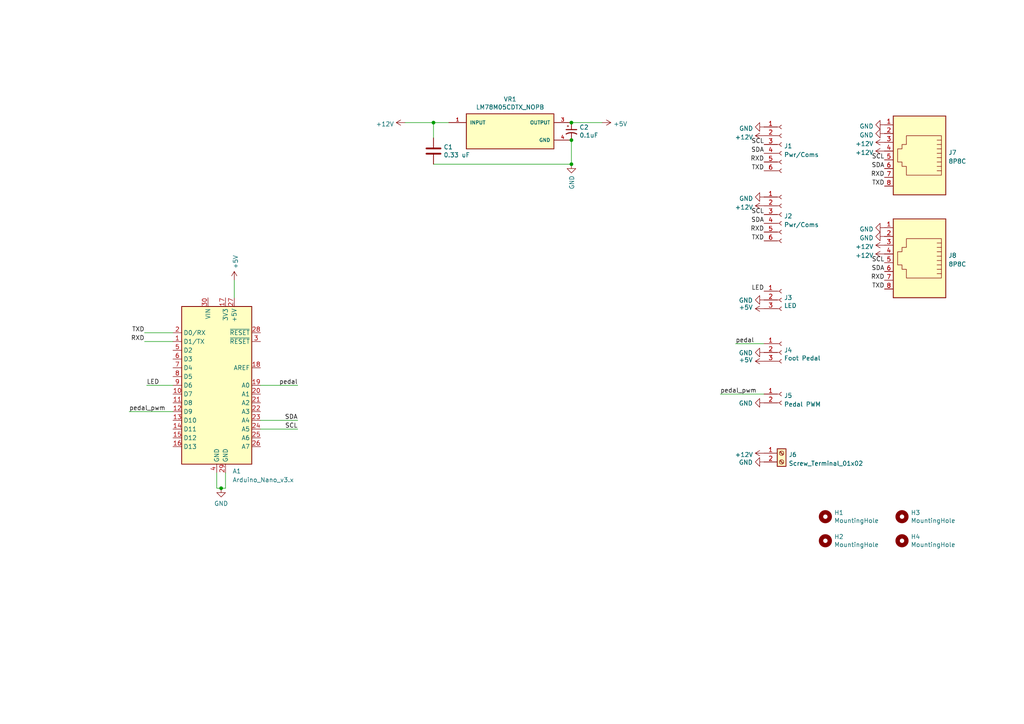
<source format=kicad_sch>
(kicad_sch (version 20211123) (generator eeschema)
  (paper "A4")
  (lib_symbols
    (symbol "Connector:8P8C" (pin_names (offset 1.016))
      (property "Reference" "J" (at -5.08 13.97 0))
      (property "Value" "8P8C" (at 2.54 13.97 0))
      (symbol "8P8C_0_1"
        (polyline (pts (xy -5.08 4.445) (xy -6.35 4.445)))
        (polyline (pts (xy -5.08 5.715) (xy -6.35 5.715)))
        (polyline (pts (xy -6.35 -3.175) (xy -5.08 -3.175) (xy -5.08 -3.175)))
        (polyline (pts (xy -6.35 -1.905) (xy -5.08 -1.905) (xy -5.08 -1.905)))
        (polyline (pts (xy -6.35 -0.635) (xy -5.08 -0.635) (xy -5.08 -0.635)))
        (polyline (pts (xy -6.35 0.635) (xy -5.08 0.635) (xy -5.08 0.635)))
        (polyline (pts (xy -6.35 1.905) (xy -5.08 1.905) (xy -5.08 1.905)))
        (polyline (pts (xy -5.08 3.175) (xy -6.35 3.175) (xy -6.35 3.175)))
        (polyline (pts (xy -6.35 -4.445) (xy -6.35 6.985) (xy 3.81 6.985) (xy 3.81 4.445) (xy 5.08 4.445) (xy 5.08 3.175) (xy 6.35 3.175) (xy 6.35 -0.635) (xy 5.08 -0.635) (xy 5.08 -1.905) (xy 3.81 -1.905) (xy 3.81 -4.445) (xy -6.35 -4.445) (xy -6.35 -4.445)))
        (rectangle (start 7.62 12.7) (end -7.62 -10.16) (stroke (width 0.254)) (fill (type background)))
      )
      (symbol "8P8C_1_1"
        (pin passive line (at 10.16 -7.62 180) (length 2.54) (name "~") (number "1"))
        (pin passive line (at 10.16 -5.08 180) (length 2.54) (name "~") (number "2"))
        (pin passive line (at 10.16 -2.54 180) (length 2.54) (name "~") (number "3"))
        (pin passive line (at 10.16 0 180) (length 2.54) (name "~") (number "4"))
        (pin passive line (at 10.16 2.54 180) (length 2.54) (name "~") (number "5"))
        (pin passive line (at 10.16 5.08 180) (length 2.54) (name "~") (number "6"))
        (pin passive line (at 10.16 7.62 180) (length 2.54) (name "~") (number "7"))
        (pin passive line (at 10.16 10.16 180) (length 2.54) (name "~") (number "8"))
      )
    )
    (symbol "Connector:Conn_01x02_Female" (pin_names (offset 1.016) hide)
      (property "Reference" "J" (at 0 2.54 0))
      (property "Value" "Conn_01x02_Female" (at 0 -5.08 0))
      (symbol "Conn_01x02_Female_1_1"
        (arc (start 0 -2.032) (mid -0.508 -2.54) (end 0 -3.048) (stroke (width 0.1524)))
        (polyline (pts (xy -1.27 -2.54) (xy -0.508 -2.54)) (stroke (width 0.1524)))
        (polyline (pts (xy -1.27 0) (xy -0.508 0)) (stroke (width 0.1524)))
        (arc (start 0 0.508) (mid -0.508 0) (end 0 -0.508) (stroke (width 0.1524)))
        (pin passive line (at -5.08 0 0) (length 3.81) (name "Pin_1") (number "1"))
        (pin passive line (at -5.08 -2.54 0) (length 3.81) (name "Pin_2") (number "2"))
      )
    )
    (symbol "Connector:Conn_01x03_Female" (pin_names (offset 1.016) hide)
      (property "Reference" "J" (at 0 5.08 0))
      (property "Value" "Conn_01x03_Female" (at 0 -5.08 0))
      (symbol "Conn_01x03_Female_1_1"
        (arc (start 0 -2.032) (mid -0.508 -2.54) (end 0 -3.048) (stroke (width 0.1524)))
        (polyline (pts (xy -1.27 -2.54) (xy -0.508 -2.54)) (stroke (width 0.1524)))
        (polyline (pts (xy -1.27 0) (xy -0.508 0)) (stroke (width 0.1524)))
        (polyline (pts (xy -1.27 2.54) (xy -0.508 2.54)) (stroke (width 0.1524)))
        (arc (start 0 0.508) (mid -0.508 0) (end 0 -0.508) (stroke (width 0.1524)))
        (arc (start 0 3.048) (mid -0.508 2.54) (end 0 2.032) (stroke (width 0.1524)))
        (pin passive line (at -5.08 2.54 0) (length 3.81) (name "Pin_1") (number "1"))
        (pin passive line (at -5.08 0 0) (length 3.81) (name "Pin_2") (number "2"))
        (pin passive line (at -5.08 -2.54 0) (length 3.81) (name "Pin_3") (number "3"))
      )
    )
    (symbol "Connector:Conn_01x06_Female" (pin_names (offset 1.016) hide)
      (property "Reference" "J" (at 0 7.62 0))
      (property "Value" "Conn_01x06_Female" (at 0 -10.16 0))
      (symbol "Conn_01x06_Female_1_1"
        (arc (start 0 -7.112) (mid -0.508 -7.62) (end 0 -8.128) (stroke (width 0.1524)))
        (arc (start 0 -4.572) (mid -0.508 -5.08) (end 0 -5.588) (stroke (width 0.1524)))
        (arc (start 0 -2.032) (mid -0.508 -2.54) (end 0 -3.048) (stroke (width 0.1524)))
        (polyline (pts (xy -1.27 -7.62) (xy -0.508 -7.62)) (stroke (width 0.1524)))
        (polyline (pts (xy -1.27 -5.08) (xy -0.508 -5.08)) (stroke (width 0.1524)))
        (polyline (pts (xy -1.27 -2.54) (xy -0.508 -2.54)) (stroke (width 0.1524)))
        (polyline (pts (xy -1.27 0) (xy -0.508 0)) (stroke (width 0.1524)))
        (polyline (pts (xy -1.27 2.54) (xy -0.508 2.54)) (stroke (width 0.1524)))
        (polyline (pts (xy -1.27 5.08) (xy -0.508 5.08)) (stroke (width 0.1524)))
        (arc (start 0 0.508) (mid -0.508 0) (end 0 -0.508) (stroke (width 0.1524)))
        (arc (start 0 3.048) (mid -0.508 2.54) (end 0 2.032) (stroke (width 0.1524)))
        (arc (start 0 5.588) (mid -0.508 5.08) (end 0 4.572) (stroke (width 0.1524)))
        (pin passive line (at -5.08 5.08 0) (length 3.81) (name "Pin_1") (number "1"))
        (pin passive line (at -5.08 2.54 0) (length 3.81) (name "Pin_2") (number "2"))
        (pin passive line (at -5.08 0 0) (length 3.81) (name "Pin_3") (number "3"))
        (pin passive line (at -5.08 -2.54 0) (length 3.81) (name "Pin_4") (number "4"))
        (pin passive line (at -5.08 -5.08 0) (length 3.81) (name "Pin_5") (number "5"))
        (pin passive line (at -5.08 -7.62 0) (length 3.81) (name "Pin_6") (number "6"))
      )
    )
    (symbol "Connector:Screw_Terminal_01x02" (pin_names (offset 1.016) hide)
      (property "Reference" "J" (at 0 2.54 0))
      (property "Value" "Screw_Terminal_01x02" (at 0 -5.08 0))
      (symbol "Screw_Terminal_01x02_1_1"
        (rectangle (start -1.27 1.27) (end 1.27 -3.81) (stroke (width 0.254)) (fill (type background)))
        (circle (center 0 -2.54) (radius 0.635) (stroke (width 0.1524)))
        (polyline (pts (xy -0.5334 -2.2098) (xy 0.3302 -3.048)) (stroke (width 0.1524)))
        (polyline (pts (xy -0.5334 0.3302) (xy 0.3302 -0.508)) (stroke (width 0.1524)))
        (polyline (pts (xy -0.3556 -2.032) (xy 0.508 -2.8702)) (stroke (width 0.1524)))
        (polyline (pts (xy -0.3556 0.508) (xy 0.508 -0.3302)) (stroke (width 0.1524)))
        (circle (center 0 0) (radius 0.635) (stroke (width 0.1524)))
        (pin passive line (at -5.08 0 0) (length 3.81) (name "Pin_1") (number "1"))
        (pin passive line (at -5.08 -2.54 0) (length 3.81) (name "Pin_2") (number "2"))
      )
    )
    (symbol "Device:C" (pin_numbers hide) (pin_names (offset 0.254))
      (property "Reference" "C" (at 0.635 2.54 0))
      (property "Value" "C" (at 0.635 -2.54 0))
      (symbol "C_0_1"
        (polyline (pts (xy -2.032 -0.762) (xy 2.032 -0.762)) (stroke (width 0.508)))
        (polyline (pts (xy -2.032 0.762) (xy 2.032 0.762)) (stroke (width 0.508)))
      )
      (symbol "C_1_1"
        (pin passive line (at 0 3.81 270) (length 2.794) (name "~") (number "1"))
        (pin passive line (at 0 -3.81 90) (length 2.794) (name "~") (number "2"))
      )
    )
    (symbol "Device:CP1_Small" (pin_numbers hide) (pin_names (offset 0.254) hide)
      (property "Reference" "C" (at 0.254 1.778 0))
      (property "Value" "Device_CP1_Small" (at 0.254 -2.032 0))
      (symbol "CP1_Small_0_1"
        (polyline (pts (xy -1.524 0.508) (xy 1.524 0.508)) (stroke (width 0.3048)))
        (polyline (pts (xy -1.27 1.524) (xy -0.762 1.524)))
        (polyline (pts (xy -1.016 1.27) (xy -1.016 1.778)))
        (arc (start 1.524 -0.762) (mid 0 -0.3734) (end -1.524 -0.762) (stroke (width 0.3048)))
      )
      (symbol "CP1_Small_1_1"
        (pin passive line (at 0 2.54 270) (length 2.032) (name "~") (number "1"))
        (pin passive line (at 0 -2.54 90) (length 2.032) (name "~") (number "2"))
      )
    )
    (symbol "LM78M05CDTX_NOPB:LM78M05CDTX_NOPB" (pin_names (offset 1.016))
      (property "Reference" "VR" (at -12.7 5.842 0))
      (property "Value" "LM78M05CDTX_NOPB_LM78M05CDTX_NOPB" (at -12.7 -5.842 0))
      (symbol "LM78M05CDTX_NOPB_0_0"
        (rectangle (start -12.7 -5.08) (end 12.7 5.08) (stroke (width 0.254)) (fill (type background)))
        (pin input line (at -17.78 2.54 0) (length 5.08) (name "INPUT") (number "1"))
        (pin output line (at 17.78 2.54 180) (length 5.08) (name "OUTPUT") (number "3"))
        (pin power_in line (at 17.78 -2.54 180) (length 5.08) (name "GND") (number "4"))
      )
    )
    (symbol "MCU_Module:Arduino_Nano_v3.x"
      (property "Reference" "A" (at -10.16 23.495 0))
      (property "Value" "Arduino_Nano_v3.x" (at 5.08 -24.13 0))
      (symbol "Arduino_Nano_v3.x_0_1"
        (rectangle (start -10.16 22.86) (end 10.16 -22.86) (stroke (width 0.254)) (fill (type background)))
      )
      (symbol "Arduino_Nano_v3.x_1_1"
        (pin bidirectional line (at -12.7 12.7 0) (length 2.54) (name "D1/TX") (number "1"))
        (pin bidirectional line (at -12.7 -2.54 0) (length 2.54) (name "D7") (number "10"))
        (pin bidirectional line (at -12.7 -5.08 0) (length 2.54) (name "D8") (number "11"))
        (pin bidirectional line (at -12.7 -7.62 0) (length 2.54) (name "D9") (number "12"))
        (pin bidirectional line (at -12.7 -10.16 0) (length 2.54) (name "D10") (number "13"))
        (pin bidirectional line (at -12.7 -12.7 0) (length 2.54) (name "D11") (number "14"))
        (pin bidirectional line (at -12.7 -15.24 0) (length 2.54) (name "D12") (number "15"))
        (pin bidirectional line (at -12.7 -17.78 0) (length 2.54) (name "D13") (number "16"))
        (pin power_out line (at 2.54 25.4 270) (length 2.54) (name "3V3") (number "17"))
        (pin input line (at 12.7 5.08 180) (length 2.54) (name "AREF") (number "18"))
        (pin bidirectional line (at 12.7 0 180) (length 2.54) (name "A0") (number "19"))
        (pin bidirectional line (at -12.7 15.24 0) (length 2.54) (name "D0/RX") (number "2"))
        (pin bidirectional line (at 12.7 -2.54 180) (length 2.54) (name "A1") (number "20"))
        (pin bidirectional line (at 12.7 -5.08 180) (length 2.54) (name "A2") (number "21"))
        (pin bidirectional line (at 12.7 -7.62 180) (length 2.54) (name "A3") (number "22"))
        (pin bidirectional line (at 12.7 -10.16 180) (length 2.54) (name "A4") (number "23"))
        (pin bidirectional line (at 12.7 -12.7 180) (length 2.54) (name "A5") (number "24"))
        (pin bidirectional line (at 12.7 -15.24 180) (length 2.54) (name "A6") (number "25"))
        (pin bidirectional line (at 12.7 -17.78 180) (length 2.54) (name "A7") (number "26"))
        (pin power_out line (at 5.08 25.4 270) (length 2.54) (name "+5V") (number "27"))
        (pin input line (at 12.7 15.24 180) (length 2.54) (name "~{RESET}") (number "28"))
        (pin power_in line (at 2.54 -25.4 90) (length 2.54) (name "GND") (number "29"))
        (pin input line (at 12.7 12.7 180) (length 2.54) (name "~{RESET}") (number "3"))
        (pin power_in line (at -2.54 25.4 270) (length 2.54) (name "VIN") (number "30"))
        (pin power_in line (at 0 -25.4 90) (length 2.54) (name "GND") (number "4"))
        (pin bidirectional line (at -12.7 10.16 0) (length 2.54) (name "D2") (number "5"))
        (pin bidirectional line (at -12.7 7.62 0) (length 2.54) (name "D3") (number "6"))
        (pin bidirectional line (at -12.7 5.08 0) (length 2.54) (name "D4") (number "7"))
        (pin bidirectional line (at -12.7 2.54 0) (length 2.54) (name "D5") (number "8"))
        (pin bidirectional line (at -12.7 0 0) (length 2.54) (name "D6") (number "9"))
      )
    )
    (symbol "Mechanical:MountingHole" (pin_names (offset 1.016))
      (property "Reference" "H" (at 0 5.08 0))
      (property "Value" "MountingHole" (at 0 3.175 0))
      (symbol "MountingHole_0_1"
        (circle (center 0 0) (radius 1.27) (stroke (width 1.27)))
      )
    )
    (symbol "power:+12V" (power) (pin_names (offset 0))
      (property "Value" "+12V" (at 0 3.556 0))
      (symbol "+12V_0_1"
        (polyline (pts (xy -0.762 1.27) (xy 0 2.54)))
        (polyline (pts (xy 0 0) (xy 0 2.54)))
        (polyline (pts (xy 0 2.54) (xy 0.762 1.27)))
      )
      (symbol "+12V_1_1"
        (pin power_in line (at 0 0 90) (length 0) hide (name "+12V") (number "1"))
      )
    )
    (symbol "power:+5V" (power) (pin_names (offset 0))
      (property "Value" "+5V" (at 0 3.556 0))
      (symbol "+5V_0_1"
        (polyline (pts (xy -0.762 1.27) (xy 0 2.54)))
        (polyline (pts (xy 0 0) (xy 0 2.54)))
        (polyline (pts (xy 0 2.54) (xy 0.762 1.27)))
      )
      (symbol "+5V_1_1"
        (pin power_in line (at 0 0 90) (length 0) hide (name "+5V") (number "1"))
      )
    )
    (symbol "power:GND" (power) (pin_names (offset 0))
      (property "Value" "GND" (at 0 -3.81 0))
      (symbol "GND_0_1"
        (polyline (pts (xy 0 0) (xy 0 -1.27) (xy 1.27 -1.27) (xy 0 -2.54) (xy -1.27 -1.27) (xy 0 -1.27)))
      )
      (symbol "GND_1_1"
        (pin power_in line (at 0 0 270) (length 0) hide (name "GND") (number "1"))
      )
    )
  )
  (junction (at 165.735 40.64))
  (junction (at 165.735 47.625))
  (junction (at 64.135 141.605))
  (junction (at 125.73 35.56))
  (junction (at 165.735 35.56))
  (wire (pts (xy 125.73 40.005) (xy 125.73 35.56)))
  (wire (pts (xy 125.73 47.625) (xy 165.735 47.625)))
  (wire (pts (xy 75.565 121.92) (xy 86.36 121.92)))
  (wire (pts (xy 41.91 96.52) (xy 50.165 96.52)))
  (wire (pts (xy 117.475 35.56) (xy 125.73 35.56)))
  (wire (pts (xy 62.865 137.16) (xy 62.865 141.605)))
  (wire (pts (xy 42.545 111.76) (xy 50.165 111.76)))
  (wire (pts (xy 41.91 99.06) (xy 50.165 99.06)))
  (wire (pts (xy 208.915 114.3) (xy 221.615 114.3)))
  (wire (pts (xy 213.36 99.695) (xy 221.615 99.695)))
  (wire (pts (xy 37.465 119.38) (xy 50.165 119.38)))
  (wire (pts (xy 75.565 124.46) (xy 86.36 124.46)))
  (wire (pts (xy 125.73 35.56) (xy 130.175 35.56)))
  (wire (pts (xy 165.735 40.64) (xy 165.735 47.625)))
  (wire (pts (xy 65.405 141.605) (xy 65.405 137.16)))
  (wire (pts (xy 75.565 111.76) (xy 86.36 111.76)))
  (wire (pts (xy 165.735 35.56) (xy 174.625 35.56)))
  (wire (pts (xy 67.945 81.28) (xy 67.945 86.36)))
  (wire (pts (xy 64.135 141.605) (xy 65.405 141.605)))
  (wire (pts (xy 62.865 141.605) (xy 64.135 141.605)))
  (label "TXD" (at 256.54 53.975 180))
  (label "LED" (at 221.615 84.455 180))
  (label "SDA" (at 221.615 64.77 180))
  (label "TXD" (at 256.54 83.82 180))
  (label "SCL" (at 86.36 124.46 180))
  (label "SCL" (at 221.615 41.91 180))
  (label "RXD" (at 41.91 99.06 180))
  (label "SCL" (at 221.615 62.23 180))
  (label "SCL" (at 256.54 76.2 180))
  (label "pedal_pwm" (at 208.915 114.3 0))
  (label "RXD" (at 221.615 46.99 180))
  (label "RXD" (at 256.54 51.435 180))
  (label "TXD" (at 221.615 69.85 180))
  (label "SDA" (at 256.54 48.895 180))
  (label "pedal" (at 86.36 111.76 180))
  (label "RXD" (at 256.54 81.28 180))
  (label "TXD" (at 221.615 49.53 180))
  (label "pedal" (at 213.36 99.695 0))
  (label "RXD" (at 221.615 67.31 180))
  (label "SDA" (at 221.615 44.45 180))
  (label "TXD" (at 41.91 96.52 180))
  (label "SCL" (at 256.54 46.355 180))
  (label "pedal_pwm" (at 37.465 119.38 0))
  (label "SDA" (at 256.54 78.74 180))
  (label "LED" (at 42.545 111.76 0))
  (label "SDA" (at 86.36 121.92 180))
  (symbol (lib_id "Mechanical:MountingHole") (at 261.62 149.86 0) (unit 1)
    (property "Reference" "H3" (at 264.16 148.6916 0) (effects (justify left)))
    (property "Value" "MountingHole" (at 264.16 151.003 0) (effects (justify left)))
    (property "Footprint" "MountingHole:MountingHole_2.2mm_M2" (effects hide))
  )
  (symbol (lib_id "Connector:Conn_01x03_Female") (at 226.695 86.995 0) (unit 1)
    (property "Reference" "J3" (at 227.4062 86.3346 0) (effects (justify left)))
    (property "Value" "LED" (at 227.4062 88.646 0) (effects (justify left)))
    (property "Footprint" "Connector_PinHeader_2.54mm:PinHeader_1x03_P2.54mm_Vertical" (effects hide))
  )
  (symbol (lib_id "Mechanical:MountingHole") (at 239.395 156.845 0) (unit 1)
    (property "Reference" "H2" (at 241.935 155.6766 0) (effects (justify left)))
    (property "Value" "MountingHole" (at 241.935 157.988 0) (effects (justify left)))
    (property "Footprint" "MountingHole:MountingHole_2.2mm_M2" (effects hide))
  )
  (symbol (lib_id "power:+5V") (at 67.945 81.28 0) (unit 1)
    (property "Reference" "#PWR0107" (effects hide))
    (property "Value" "+5V" (at 68.326 78.0288 90) (effects (justify left)))
  )
  (symbol (lib_id "Connector:8P8C") (at 266.7 73.66 180) (unit 1)
    (property "Reference" "J8" (at 275.082 74.0953 0) (effects (justify right)))
    (property "Value" "8P8C" (at 275.082 76.6322 0) (effects (justify right)))
    (property "Footprint" "Connector_RJ:RJ45_Ninigi_GE" (effects hide))
  )
  (symbol (lib_id "power:+12V") (at 221.615 131.445 90) (unit 1)
    (property "Reference" "#PWR0114" (effects hide))
    (property "Value" "+12V" (at 218.44 131.8788 90) (effects (justify left)))
  )
  (symbol (lib_id "power:+5V") (at 221.615 89.535 90) (unit 1)
    (property "Reference" "#PWR0108" (effects hide))
    (property "Value" "+5V" (at 218.3638 89.154 90) (effects (justify left)))
  )
  (symbol (lib_id "power:+12V") (at 221.615 59.69 90) (unit 1)
    (property "Reference" "#PWR0103" (effects hide))
    (property "Value" "+12V" (at 218.44 60.1238 90) (effects (justify left)))
  )
  (symbol (lib_id "power:GND") (at 221.615 133.985 270) (unit 1)
    (property "Reference" "#PWR0113" (effects hide))
    (property "Value" "GND" (at 218.3638 134.112 90) (effects (justify right)))
  )
  (symbol (lib_id "power:GND") (at 256.54 68.58 270) (unit 1)
    (property "Reference" "#PWR0121" (effects hide))
    (property "Value" "GND" (at 253.3651 69.0138 90) (effects (justify right)))
  )
  (symbol (lib_id "power:GND") (at 221.615 116.84 270) (unit 1)
    (property "Reference" "#PWR0112" (effects hide))
    (property "Value" "GND" (at 218.3638 116.967 90) (effects (justify right)))
  )
  (symbol (lib_id "power:GND") (at 221.615 57.15 270) (unit 1)
    (property "Reference" "#PWR0104" (effects hide))
    (property "Value" "GND" (at 218.4401 57.5838 90) (effects (justify right)))
  )
  (symbol (lib_id "Device:C") (at 125.73 43.815 0) (unit 1)
    (property "Reference" "C1" (at 128.651 42.6466 0) (effects (justify left)))
    (property "Value" "0.33 uF" (at 128.651 44.958 0) (effects (justify left)))
    (property "Footprint" "Capacitor_SMD:C_0603_1608Metric" (effects hide))
  )
  (symbol (lib_id "power:+12V") (at 256.54 43.815 90) (unit 1)
    (property "Reference" "#PWR0120" (effects hide))
    (property "Value" "+12V" (at 253.365 44.2488 90) (effects (justify left)))
  )
  (symbol (lib_id "power:GND") (at 221.615 36.83 270) (unit 1)
    (property "Reference" "#PWR0118" (effects hide))
    (property "Value" "GND" (at 218.4401 37.2638 90) (effects (justify right)))
  )
  (symbol (lib_id "Mechanical:MountingHole") (at 239.395 149.86 0) (unit 1)
    (property "Reference" "H1" (at 241.935 148.6916 0) (effects (justify left)))
    (property "Value" "MountingHole" (at 241.935 151.003 0) (effects (justify left)))
    (property "Footprint" "MountingHole:MountingHole_2.2mm_M2" (effects hide))
  )
  (symbol (lib_id "power:+12V") (at 256.54 71.12 90) (unit 1)
    (property "Reference" "#PWR0123" (effects hide))
    (property "Value" "+12V" (at 253.365 71.5538 90) (effects (justify left)))
  )
  (symbol (lib_id "power:+5V") (at 221.615 104.775 90) (unit 1)
    (property "Reference" "#PWR0110" (effects hide))
    (property "Value" "+5V" (at 218.3638 104.394 90) (effects (justify left)))
  )
  (symbol (lib_id "power:+5V") (at 174.625 35.56 270) (unit 1)
    (property "Reference" "#PWR0101" (effects hide))
    (property "Value" "+5V" (at 177.8762 35.941 90) (effects (justify left)))
  )
  (symbol (lib_id "power:GND") (at 256.54 38.735 270) (unit 1)
    (property "Reference" "#PWR0115" (effects hide))
    (property "Value" "GND" (at 253.3651 39.1688 90) (effects (justify right)))
  )
  (symbol (lib_id "power:GND") (at 256.54 36.195 270) (unit 1)
    (property "Reference" "#PWR0117" (effects hide))
    (property "Value" "GND" (at 253.3651 36.6288 90) (effects (justify right)))
  )
  (symbol (lib_id "Connector:Conn_01x02_Female") (at 226.695 114.3 0) (unit 1)
    (property "Reference" "J5" (at 227.4062 114.7353 0) (effects (justify left)))
    (property "Value" "Pedal PWM" (at 227.4062 117.2722 0) (effects (justify left)))
    (property "Footprint" "Connector_PinHeader_2.54mm:PinHeader_1x02_P2.54mm_Vertical" (effects hide))
  )
  (symbol (lib_id "power:+12V") (at 221.615 39.37 90) (unit 1)
    (property "Reference" "#PWR0116" (effects hide))
    (property "Value" "+12V" (at 218.44 39.8038 90) (effects (justify left)))
  )
  (symbol (lib_id "power:GND") (at 256.54 66.04 270) (unit 1)
    (property "Reference" "#PWR0122" (effects hide))
    (property "Value" "GND" (at 253.3651 66.4738 90) (effects (justify right)))
  )
  (symbol (lib_id "MCU_Module:Arduino_Nano_v3.x") (at 62.865 111.76 0) (unit 1)
    (property "Reference" "A1" (at 67.4244 136.6504 0) (effects (justify left)))
    (property "Value" "Arduino_Nano_v3.x" (at 67.4244 139.1873 0) (effects (justify left)))
    (property "Footprint" "Module:Arduino_Nano" (effects hide))
    (property "Datasheet" "http://www.mouser.com/pdfdocs/Gravitech_Arduino_Nano3_0.pdf" (effects hide))
  )
  (symbol (lib_id "power:+12V") (at 256.54 73.66 90) (unit 1)
    (property "Reference" "#PWR0124" (effects hide))
    (property "Value" "+12V" (at 253.365 74.0938 90) (effects (justify left)))
  )
  (symbol (lib_id "power:GND") (at 221.615 86.995 270) (unit 1)
    (property "Reference" "#PWR0109" (effects hide))
    (property "Value" "GND" (at 218.3638 87.122 90) (effects (justify right)))
  )
  (symbol (lib_id "power:GND") (at 221.615 102.235 270) (unit 1)
    (property "Reference" "#PWR0111" (effects hide))
    (property "Value" "GND" (at 218.3638 102.362 90) (effects (justify right)))
  )
  (symbol (lib_id "Connector:Conn_01x03_Female") (at 226.695 102.235 0) (unit 1)
    (property "Reference" "J4" (at 227.4062 101.5746 0) (effects (justify left)))
    (property "Value" "Foot Pedal" (at 227.4062 103.886 0) (effects (justify left)))
    (property "Footprint" "Connector_PinHeader_2.54mm:PinHeader_1x03_P2.54mm_Vertical" (effects hide))
  )
  (symbol (lib_id "Connector:Conn_01x06_Female") (at 226.695 62.23 0) (unit 1)
    (property "Reference" "J2" (at 227.4062 62.6653 0) (effects (justify left)))
    (property "Value" "Pwr/Coms" (at 227.4062 65.2022 0) (effects (justify left)))
    (property "Footprint" "Connector_PinHeader_2.54mm:PinHeader_1x06_P2.54mm_Vertical" (effects hide))
  )
  (symbol (lib_id "LM78M05CDTX_NOPB:LM78M05CDTX_NOPB") (at 147.955 38.1 0) (unit 1)
    (property "Reference" "VR1" (at 147.955 28.7782 0))
    (property "Value" "LM78M05CDTX_NOPB" (at 147.955 31.0896 0))
    (property "Footprint" "dylan:TO228P991X255-3N" (effects hide))
    (property "SNAPEDA_PACKAGE_ID" "102662" (effects hide))
    (property "STANDARD" "IPC-7351B" (effects hide))
    (property "PARTREV" "G" (effects hide))
    (property "MANUFACTURER" "Texas Instruments" (effects hide))
    (property "MAXIMUM_PACKAGE_HEIGHT" "2.55mm" (effects hide))
  )
  (symbol (lib_id "power:+12V") (at 256.54 41.275 90) (unit 1)
    (property "Reference" "#PWR0119" (effects hide))
    (property "Value" "+12V" (at 253.365 41.7088 90) (effects (justify left)))
  )
  (symbol (lib_id "power:GND") (at 64.135 141.605 0) (unit 1)
    (property "Reference" "#PWR0105" (effects hide))
    (property "Value" "GND" (at 64.135 146.0484 0))
  )
  (symbol (lib_id "power:+12V") (at 117.475 35.56 90) (unit 1)
    (property "Reference" "#PWR0106" (effects hide))
    (property "Value" "+12V" (at 114.3 35.9938 90) (effects (justify left)))
  )
  (symbol (lib_id "power:GND") (at 165.735 47.625 0) (unit 1)
    (property "Reference" "#PWR0102" (effects hide))
    (property "Value" "GND" (at 165.862 50.8762 90) (effects (justify right)))
  )
  (symbol (lib_id "Connector:Conn_01x06_Female") (at 226.695 41.91 0) (unit 1)
    (property "Reference" "J1" (at 227.4062 42.3453 0) (effects (justify left)))
    (property "Value" "Pwr/Coms" (at 227.4062 44.8822 0) (effects (justify left)))
    (property "Footprint" "Connector_PinHeader_2.54mm:PinHeader_1x06_P2.54mm_Vertical" (effects hide))
  )
  (symbol (lib_id "Connector:Screw_Terminal_01x02") (at 226.695 131.445 0) (unit 1)
    (property "Reference" "J6" (at 228.727 131.8803 0) (effects (justify left)))
    (property "Value" "Screw_Terminal_01x02" (at 228.727 134.4172 0) (effects (justify left)))
    (property "Footprint" "dylan:TE_282837-2" (effects hide))
  )
  (symbol (lib_id "Connector:8P8C") (at 266.7 43.815 180) (unit 1)
    (property "Reference" "J7" (at 275.082 44.2503 0) (effects (justify right)))
    (property "Value" "8P8C" (at 275.082 46.7872 0) (effects (justify right)))
    (property "Footprint" "Connector_RJ:RJ45_Ninigi_GE" (effects hide))
  )
  (symbol (lib_id "Device:CP1_Small") (at 165.735 38.1 0) (unit 1)
    (property "Reference" "C2" (at 168.0464 36.9316 0) (effects (justify left)))
    (property "Value" "0.1uF" (at 168.0464 39.243 0) (effects (justify left)))
    (property "Footprint" "Capacitor_SMD:C_0603_1608Metric" (effects hide))
  )
  (symbol (lib_id "Mechanical:MountingHole") (at 261.62 156.845 0) (unit 1)
    (property "Reference" "H4" (at 264.16 155.6766 0) (effects (justify left)))
    (property "Value" "MountingHole" (at 264.16 157.988 0) (effects (justify left)))
    (property "Footprint" "MountingHole:MountingHole_2.2mm_M2" (effects hide))
  )
)
</source>
